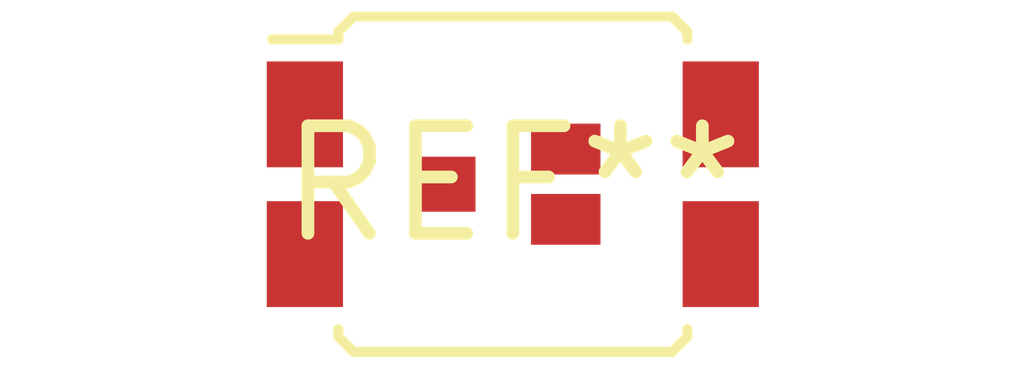
<source format=kicad_pcb>
(kicad_pcb (version 20240108) (generator pcbnew)
  (layers (0 "F.Cu" signal) (31 "B.Cu" signal) (34 "B.Paste" user) (35 "F.Paste" user) (36 "B.SilkS" user "B.Silkscreen") (37 "F.SilkS" user "F.Silkscreen") (38 "B.Mask" user) (39 "F.Mask" user) (44 "Edge.Cuts" user))
  (net 0 "")
  (footprint "DirectFET_ST" (layer "F.Cu") (at 0 0)
    (property "Reference" "REF**")
    (property "Value" "DirectFET_ST")
    (fp_line (start -2.84 -1.71) (end -2.06 -1.71) (layer "F.SilkS") (stroke (width 0.12)))
    (fp_line (start -2.06 -1.8) (end -1.88 -1.98) (layer "F.SilkS") (stroke (width 0.12)))
    (fp_line (start -2.06 -1.71) (end -2.06 -1.8) (layer "F.SilkS") (stroke (width 0.12)))
    (fp_line (start -2.06 1.71) (end -2.06 1.8) (layer "F.SilkS") (stroke (width 0.12)))
    (fp_line (start -2.06 1.8) (end -1.88 1.98) (layer "F.SilkS") (stroke (width 0.12)))
    (fp_line (start -1.88 -1.98) (end 1.88 -1.98) (layer "F.SilkS") (stroke (width 0.12)))
    (fp_line (start -1.88 1.98) (end 1.88 1.98) (layer "F.SilkS") (stroke (width 0.12)))
    (fp_line (start 2.06 -1.8) (end 1.88 -1.98) (layer "F.SilkS") (stroke (width 0.12)))
    (fp_line (start 2.06 -1.71) (end 2.06 -1.8) (layer "F.SilkS") (stroke (width 0.12)))
    (fp_line (start 2.06 1.71) (end 2.06 1.8) (layer "F.SilkS") (stroke (width 0.12)))
    (fp_line (start 2.06 1.8) (end 1.88 1.98) (layer "F.SilkS") (stroke (width 0.12)))
    (pad "1" smd rect (at -2.455 -0.825) (size 0.9 1.25) (layers "F.Cu" "F.Paste" "F.Mask"))
    (pad "1" smd rect (at -2.455 0.825) (size 0.9 1.25) (layers "F.Cu" "F.Paste" "F.Mask"))
    (pad "1" smd rect (at 2.455 -0.825) (size 0.9 1.25) (layers "F.Cu" "F.Paste" "F.Mask"))
    (pad "1" smd rect (at 2.455 0.825) (size 0.9 1.25) (layers "F.Cu" "F.Paste" "F.Mask"))
    (pad "2" smd rect (at -0.765 0) (size 0.65 0.65) (layers "F.Cu" "F.Paste" "F.Mask"))
    (pad "3" smd rect (at 0.625 -0.415) (size 0.82 0.6) (layers "F.Cu" "F.Paste" "F.Mask"))
    (pad "3" smd rect (at 0.625 0.415) (size 0.82 0.6) (layers "F.Cu" "F.Paste" "F.Mask"))
  )
)
</source>
